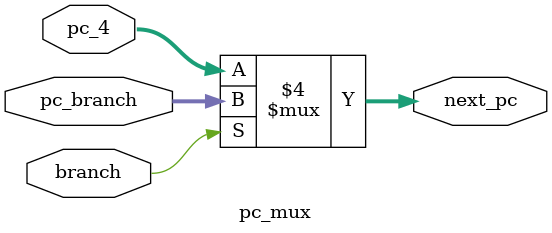
<source format=v>
module pc_mux(
    input [63:0] pc_4,
    input [63:0] pc_branch,
    input branch,
    output reg[63:0] next_pc
);
    always @(*) begin
        if (branch == 1'b0) begin
            next_pc = pc_4;  
        end else begin
            next_pc = pc_branch;      
        end
    end

endmodule

</source>
